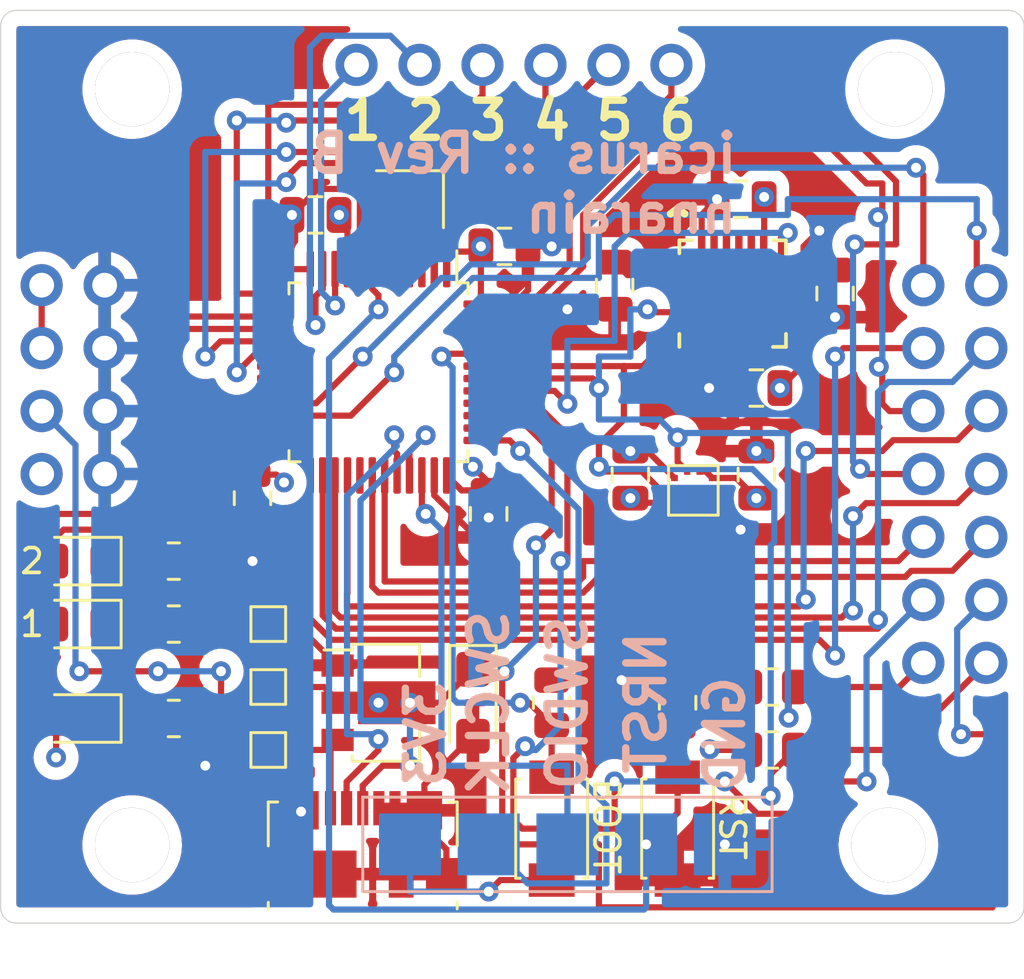
<source format=kicad_pcb>
(kicad_pcb (version 20211014) (generator pcbnew)
  (title_block (title "icarus") (date "2021-11-05") (rev "B"))
  (layers (0 "F.Cu" signal) (1 "In1.Cu" signal "PWR") (2 "In2.Cu" signal "GND") (31 "B.Cu" signal) (34 "B.Paste" user) (35 "F.Paste" user) (36 "B.SilkS" user "B.Silkscreen") (37 "F.SilkS" user "F.Silkscreen") (38 "B.Mask" user) (39 "F.Mask" user) (44 "Edge.Cuts" user))
  (net 0 "")
  (net 1 "GND")
  (net 2 "VBUS")
  (net 3 "+3V3")
  (net 4 "/nreset")
  (net 5 "Net-(C8-Pad1)")
  (net 6 "Net-(C9-Pad1)")
  (net 7 "Net-(D1-Pad1)")
  (net 8 "Net-(D2-Pad1)")
  (net 9 "/led1")
  (net 10 "Net-(D3-Pad1)")
  (net 11 "/led2")
  (net 12 "/usb_fs_dm")
  (net 13 "/usb_fs_dp")
  (net 14 "/swdio")
  (net 15 "/swclk")
  (net 19 "VDC")
  (net 20 "/pwm1")
  (net 21 "/pwm2")
  (net 22 "/pwm3")
  (net 23 "/pwm4")
  (net 24 "/pwm5")
  (net 25 "/pwm6")
  (net 26 "/scl")
  (net 27 "/sda")
  (net 28 "/usart2_tx")
  (net 29 "/usart2_rx")
  (net 30 "/usart1_tx")
  (net 31 "/usart1_rx")
  (net 32 "/gpio1")
  (net 33 "/gpio2")
  (net 34 "/gpio3")
  (net 37 "/sck")
  (net 38 "/miso")
  (net 39 "/mosi")
  (net 40 "/boot0")
  (net 44 "/osc_in")
  (net 45 "/osc_out")
  (net 46 "/can_rx")
  (net 47 "/can_tx")
  (net 53 "/imu_int")
  (footprint "LED_SMD:LED_0805_2012Metric" (layer "F.Cu") (at 140.335 87.63 180)
    (fp_text reference "D1" hide)
    (fp_text value "PWR")
  )
  (footprint "Capacitor_SMD:C_0805_2012Metric" (layer "F.Cu") (at 167.64 77.79 90)
    (fp_text reference "C2" hide)
    (fp_text value "100nF")
  )
  (footprint "Sensor_Motion:InvenSense_QFN-24_4x4mm_P0.5mm" (layer "F.Cu") (at 166.685 70.485 90)
    (fp_text reference "U3" hide)
    (fp_text value "MPU-6050")
  )
  (footprint "Capacitor_SMD:C_0805_2012Metric" (layer "F.Cu") (at 149.86 67.31 180)
    (fp_text reference "C7" hide)
    (fp_text value "100nF")
  )
  (footprint "Resistor_SMD:R_0805_2012Metric" (layer "F.Cu") (at 144.145 87.63)
    (fp_text reference "R2" hide)
    (fp_text value "200")
  )
  (footprint "sensors:BMP388" (layer "F.Cu") (at 165.1 78.425)
    (fp_text reference "U4" hide)
    (fp_text value "BMP388")
  )
  (footprint "LED_SMD:LED_0805_2012Metric" (layer "F.Cu") (at 140.335 83.82 180)
    (fp_text reference "D2" hide)
    (fp_text value "STAT1")
  )
  (footprint "TestPoint:TestPoint_Pad_1.0x1.0mm" (layer "F.Cu") (at 147.955 83.82)
    (fp_text reference "TP3" hide)
    (fp_text value "GND")
  )
  (footprint "Capacitor_SMD:C_0805_2012Metric" (layer "F.Cu") (at 162.56 77.79 90)
    (fp_text reference "C12" hide)
    (fp_text value "100nF")
  )
  (footprint "Crystal:Crystal_SMD_2016-4Pin_2.0x1.6mm" (layer "F.Cu") (at 153.67 66.675 180)
    (fp_text reference "Y1" hide)
    (fp_text value "12MHz")
  )
  (footprint "icarus:icarus-shield" (layer "F.Cu") (at 157.865 59.985)
    (fp_text reference "U5" hide)
    (fp_text value "ICARUS")
  )
  (footprint "Resistor_SMD:R_0805_2012Metric" (layer "F.Cu") (at 159.385 86.995 90)
    (fp_text reference "R5" hide)
    (fp_text value "10k")
  )
  (footprint "Capacitor_SMD:C_0805_2012Metric" (layer "F.Cu") (at 170.815 70.485 -90)
    (fp_text reference "C8" hide)
    (fp_text value "100nF")
  )
  (footprint "Resistor_SMD:R_0805_2012Metric" (layer "F.Cu") (at 144.145 83.82)
    (fp_text reference "R6" hide)
    (fp_text value "200")
  )
  (footprint "Resistor_SMD:R_0805_2012Metric" (layer "F.Cu") (at 144.145 81.28)
    (fp_text reference "R7" hide)
    (fp_text value "200")
  )
  (footprint "Capacitor_SMD:C_0805_2012Metric" (layer "F.Cu") (at 147.32 78.74 -90)
    (fp_text reference "C6" hide)
    (fp_text value "100nF")
  )
  (footprint "Capacitor_SMD:C_0805_2012Metric" (layer "F.Cu") (at 161.925 70.165 -90)
    (fp_text reference "C9" hide)
    (fp_text value "2.2nF")
  )
  (footprint "TestPoint:TestPoint_Pad_1.0x1.0mm" (layer "F.Cu") (at 147.955 86.36)
    (fp_text reference "TP1" hide)
    (fp_text value "3V3")
  )
  (footprint "Capacitor_SMD:C_0805_2012Metric" (layer "F.Cu") (at 156.845 79.375 -90)
    (fp_text reference "C3" hide)
    (fp_text value "4.7uF")
  )
  (footprint "Capacitor_SMD:C_0805_2012Metric" (layer "F.Cu") (at 167.005 66.675)
    (fp_text reference "C11" hide)
    (fp_text value "100nF")
  )
  (footprint "tactile_switches:TS-1088-AR02016" (layer "F.Cu") (at 159.385 92.075 -90)
    (fp_text reference "SW2" hide)
    (fp_text value "BOOT")
  )
  (footprint "custom-breakout:SWD-bcu" (layer "F.Cu") (at 160.02 92.71)
    (fp_text reference "J2" hide)
    (fp_text value "SWD")
  )
  (footprint "LED_SMD:LED_0805_2012Metric" (layer "F.Cu") (at 140.335 81.28 180)
    (fp_text reference "D3" hide)
    (fp_text value "STAT2")
  )
  (footprint "Resistor_SMD:R_0805_2012Metric" (layer "F.Cu") (at 168.275 86.36)
    (fp_text reference "R4" hide)
    (fp_text value "10k")
  )
  (footprint "tactile_switches:TS-1088-AR02016" (layer "F.Cu") (at 164.465 92.075 -90)
    (fp_text reference "SW1" hide)
    (fp_text value "RST")
  )
  (footprint "Resistor_SMD:R_0805_2012Metric" (layer "F.Cu") (at 168.275 88.9)
    (fp_text reference "R3" hide)
    (fp_text value "10k")
  )
  (footprint "Capacitor_SMD:C_0805_2012Metric" (layer "F.Cu") (at 164.465 86.995 90)
    (fp_text reference "C4" hide)
    (fp_text value "100nF")
  )
  (footprint "TestPoint:TestPoint_Pad_1.0x1.0mm" (layer "F.Cu") (at 147.955 88.9)
    (fp_text reference "TP2" hide)
    (fp_text value "5V")
  )
  (footprint "Package_QFP:LQFP-48_7x7mm_P0.5mm" (layer "F.Cu") (at 152.4 73.66 -90)
    (fp_text reference "U1" hide)
    (fp_text value "STM32F302C8Tx")
  )
  (footprint "Capacitor_Tantalum_SMD:CP_EIA-3216-18_Kemet-A" (layer "F.Cu") (at 156.21 86.995 -90)
    (fp_text reference "C1" hide)
    (fp_text value "22uF")
  )
  (footprint "Package_TO_SOT_SMD:SOT-89-3" (layer "F.Cu") (at 152.4 86.995)
    (fp_text reference "U2" hide)
    (fp_text value "AMS1117-3.3")
  )
  (footprint "Capacitor_SMD:C_0805_2012Metric" (layer "F.Cu") (at 157.48 68.58)
    (fp_text reference "C5" hide)
    (fp_text value "100nF")
  )
  (footprint "Connector_USB:USB_Micro-B_Molex_47346-0001" (layer "F.Cu") (at 151.765 92.71)
    (fp_text reference "J1" hide)
    (fp_text value "USB_B_Micro")
  )
  (footprint "Capacitor_SMD:C_0805_2012Metric" (layer "F.Cu") (at 167.64 74.295)
    (fp_text reference "C10" hide)
    (fp_text value "10nF")
  )
  (gr_line (start 177.8 59.055) (end 137.795 59.055) (layer "Edge.Cuts") (width 0.05))
  (gr_arc (start 178.435 95.25) (mid 178.249013 95.699013) (end 177.8 95.885) (layer "Edge.Cuts") (width 0.05))
  (gr_arc (start 137.795 95.885) (mid 137.345987 95.699013) (end 137.16 95.25) (layer "Edge.Cuts") (width 0.05))
  (gr_line (start 137.16 59.69) (end 137.16 95.25) (layer "Edge.Cuts") (width 0.05))
  (gr_line (start 137.795 95.885) (end 177.8 95.885) (layer "Edge.Cuts") (width 0.05))
  (gr_arc (start 177.8 59.055) (mid 178.249013 59.240987) (end 178.435 59.69) (layer "Edge.Cuts") (width 0.05))
  (gr_line (start 178.435 95.25) (end 178.435 59.69) (layer "Edge.Cuts") (width 0.05))
  (gr_arc (start 137.16 59.69) (mid 137.345987 59.240987) (end 137.795 59.055) (layer "Edge.Cuts") (width 0.05))
  (gr_text "3V3" (at 154.305 88.265 90) (layer "B.SilkS") (effects (font (size 1.5 1.5) (thickness 0.3)) (justify mirror)))
  (gr_text "SWCLK" (at 156.845 86.995 90) (layer "B.SilkS") (effects (font (size 1.5 1.5) (thickness 0.3)) (justify mirror)))
  (gr_text "SWDIO" (at 160.02 86.995 90) (layer "B.SilkS") (effects (font (size 1.5 1.5) (thickness 0.3)) (justify mirror)))
  (gr_text "icarus :: Rev B\nnnarain" (at 167.005 66.04) (layer "B.SilkS") (effects (font (size 1.5 1.5) (thickness 0.3)) (justify left mirror)))
  (gr_text "GND" (at 166.37 88.265 90) (layer "B.SilkS") (effects (font (size 1.5 1.5) (thickness 0.3)) (justify mirror)))
  (gr_text "NRST" (at 163.195 86.995 90) (layer "B.SilkS") (effects (font (size 1.5 1.5) (thickness 0.3)) (justify mirror)))
  (gr_text "3" (at 156.845 63.5) (layer "F.SilkS") (effects (font (size 1.5 1.5) (thickness 0.3))))
  (gr_text "2" (at 138.43 81.28) (layer "F.SilkS") (effects (font (size 1 1))))
  (gr_text "2" (at 154.305 63.5) (layer "F.SilkS") (effects (font (size 1.5 1.5) (thickness 0.3))))
  (gr_text "^" (at 164.465 67.945) (layer "F.SilkS") (effects (font (size 1.5 1.5) (thickness 0.3))))
  (gr_text "5" (at 161.925 63.5) (layer "F.SilkS") (effects (font (size 1.5 1.5) (thickness 0.3))))
  (gr_text "6" (at 164.465 63.5) (layer "F.SilkS") (effects (font (size 1.5 1.5) (thickness 0.3))))
  (gr_text "4" (at 159.385 63.5) (layer "F.SilkS") (effects (font (size 1.5 1.5) (thickness 0.3))))
  (gr_text "1" (at 138.43 83.82) (layer "F.SilkS") (effects (font (size 1 1))))
  (gr_text "1" (at 151.765 63.5) (layer "F.SilkS") (effects (font (size 1.5 1.5) (thickness 0.3))))
  (segment (start 147.32 81.28) (end 147.32 79.69) (width 0.25) (layer "F.Cu") (net 1))
  (segment (start 164.93 94.15) (end 166.37 92.71) (width 0.25) (layer "F.Cu") (net 1))
  (segment (start 145.0575 83.82) (end 147.955 83.82) (width 0.25) (layer "F.Cu") (net 1))
  (segment (start 145.0575 89.1775) (end 145.415 89.535) (width 0.25) (layer "F.Cu") (net 1))
  (segment (start 149.2775 93.0225) (end 148.39 93.91) (width 0.25) (layer "F.Cu") (net 1))
  (segment (start 169.545 69.315006) (end 169.545 68.58) (width 0.25) (layer "F.Cu") (net 1))
  (segment (start 145.0575 87.63) (end 145.0575 83.82) (width 0.25) (layer "F.Cu") (net 1))
  (segment (start 156.845 80.325) (end 156.845 79.5245) (width 0.25) (layer "F.Cu") (net 1))
  (segment (start 164.465 94.15) (end 164.93 94.15) (width 0.25) (layer "F.Cu") (net 1))
  (segment (start 165.435 67.295) (end 165.435 68.535) (width 0.25) (layer "F.Cu") (net 1))
  (segment (start 156.349994 80.325) (end 156.845 80.325) (width 0.25) (layer "F.Cu") (net 1))
  (segment (start 165.863 78.425) (end 165.863 78.925) (width 0.25) (layer "F.Cu") (net 1))
  (segment (start 166.055 66.675) (end 165.435 67.295) (width 0.25) (layer "F.Cu") (net 1))
  (segment (start 147.955 83.82) (end 149.075 83.82) (width 0.25) (layer "F.Cu") (net 1))
  (segment (start 145.0575 87.63) (end 145.0575 89.1775) (width 0.25) (layer "F.Cu") (net 1))
  (segment (start 157.365006 71.41) (end 156.5625 71.41) (width 0.25) (layer "F.Cu") (net 1))
  (segment (start 150.565 93.91) (end 150.615 93.91) (width 0.25) (layer "F.Cu") (net 1))
  (segment (start 154.65 77.8225) (end 154.65 78.625006) (width 0.25) (layer "F.Cu") (net 1))
  (segment (start 149.95952 66.26048) (end 151.35048 66.26048) (width 0.25) (layer "F.Cu") (net 1))
  (segment (start 150.615 93.91) (end 153.315 93.91) (width 0.25) (layer "F.Cu") (net 1))
  (segment (start 149.075 83.82) (end 150.75 85.495) (width 0.25) (layer "F.Cu") (net 1))
  (segment (start 162.56 76.84) (end 163.252 76.84) (width 0.25) (layer "F.Cu") (net 1))
  (segment (start 155.01 93.91) (end 155.14 93.91) (width 0.25) (layer "F.Cu") (net 1))
  (segment (start 153.315 93.91) (end 155.01 93.91) (width 0.25) (layer "F.Cu") (net 1))
  (segment (start 149.2775 91.3875) (end 149.2775 93.0225) (width 0.25) (layer "F.Cu") (net 1))
  (segment (start 166.37 80.01) (end 167.04 80.01) (width 0.25) (layer "F.Cu") (net 1))
  (segment (start 155.14 92.91) (end 155.14 93.91) (width 0.25) (layer "F.Cu") (net 1))
  (segment (start 158.43 70.345006) (end 157.365006 71.41) (width 0.25) (layer "F.Cu") (net 1))
  (segment (start 159.385 86.0825) (end 162.2025 86.0825) (width 0.25) (layer "F.Cu") (net 1))
  (segment (start 163.252 76.84) (end 164.337 77.925) (width 0.25) (layer "F.Cu") (net 1))
  (segment (start 152.085 66.125) (end 152.97 66.125) (width 0.25) (layer "F.Cu") (net 1))
  (segment (start 168.635 69.735) (end 169.125006 69.735) (width 0.25) (layer "F.Cu") (net 1))
  (segment (start 154.2525 91.4925) (end 154.2525 92.0225) (width 0.25) (layer "F.Cu") (net 1))
  (segment (start 152.415 91.25) (end 153.065 91.25) (width 0.25) (layer "F.Cu") (net 1))
  (segment (start 154.1675 91.25) (end 154.2525 91.335) (width 0.25) (layer "F.Cu") (net 1))
  (segment (start 148.39 93.91) (end 150.565 93.91) (width 0.25) (layer "F.Cu") (net 1))
  (segment (start 145.0575 81.28) (end 145.0575 83.82) (width 0.25) (layer "F.Cu") (net 1))
  (segment (start 148.91 67.31) (end 149.95952 66.26048) (width 0.25) (layer "F.Cu") (net 1))
  (segment (start 158.43 68.58) (end 159.385 68.58) (width 0.25) (layer "F.Cu") (net 1))
  (segment (start 146.27048 77.074514) (end 146.27048 78.64048) (width 0.25) (layer "F.Cu") (net 1))
  (segment (start 169.545 68.58) (end 170.18 67.945) (width 0.25) (layer "F.Cu") (net 1))
  (segment (start 164.4275 86.0825) (end 164.465 86.045) (width 0.25) (layer "F.Cu") (net 1))
  (segment (start 166.69 74.295) (end 165.735 74.295) (width 0.25) (layer "F.Cu") (net 1))
  (segment (start 153.065 91.25) (end 154.1675 91.25) (width 0.25) (layer "F.Cu") (net 1))
  (segment (start 145.0575 81.28) (end 147.32 81.28) (width 0.25) (layer "F.Cu") (net 1))
  (segment (start 154.2525 91.335) (end 154.2525 91.4925) (width 0.25) (layer "F.Cu") (net 1))
  (segment (start 168.635 70.735) (end 170.115 70.735) (width 0.25) (layer "F.Cu") (net 1))
  (segment (start 165.863 78.925) (end 165.863 79.503) (width 0.25) (layer "F.Cu") (net 1))
  (segment (start 151.65 66.56) (end 152.085 66.125) (width 0.25) (layer "F.Cu") (net 1))
  (segment (start 147.434994 75.91) (end 146.27048 77.074514) (width 0.25) (layer "F.Cu") (net 1))
  (segment (start 165.863 79.503) (end 166.37 80.01) (width 0.25) (layer "F.Cu") (net 1))
  (segment (start 170.115 70.735) (end 170.815 71.435) (width 0.25) (layer "F.Cu") (net 1))
  (segment (start 161.92 71.12) (end 161.925 71.115) (width 0.25) (layer "F.Cu") (net 1))
  (segment (start 158.43 68.58) (end 158.43 70.345006) (width 0.25) (layer "F.Cu") (net 1))
  (segment (start 151.65 66.56) (end 151.65 69.4975) (width 0.25) (layer "F.Cu") (net 1))
  (segment (start 148.2375 75.91) (end 147.434994 75.91) (width 0.25) (layer "F.Cu") (net 1))
  (segment (start 169.125006 69.735) (end 169.545 69.315006) (width 0.25) (layer "F.Cu") (net 1))
  (segment (start 151.35048 66.26048) (end 151.65 66.56) (width 0.25) (layer "F.Cu") (net 1))
  (segment (start 149.2775 91.335) (end 149.2775 91.3875) (width 0.25) (layer "F.Cu") (net 1))
  (segment (start 156.21 88.345) (end 154.2525 90.3025) (width 0.25) (layer "F.Cu") (net 1))
  (segment (start 146.27048 78.64048) (end 147.32 79.69) (width 0.25) (layer "F.Cu") (net 1))
  (segment (start 154.65 78.625006) (end 156.349994 80.325) (width 0.25) (layer "F.Cu") (net 1))
  (segment (start 154.2525 90.3025) (end 154.2525 91.335) (width 0.25) (layer "F.Cu") (net 1))
  (segment (start 162.2025 86.0825) (end 164.4275 86.0825) (width 0.25) (layer "F.Cu") (net 1))
  (segment (start 154.2525 92.0225) (end 155.14 92.91) (width 0.25) (layer "F.Cu") (net 1))
  (segment (start 160.02 71.12) (end 161.92 71.12) (width 0.25) (layer "F.Cu") (net 1))
  (via (at 166.37 92.71) (size 0.8) (drill 0.4) (layers "F.Cu" "B.Cu") (net 1))
  (via (at 165.735 74.295) (size 0.8) (drill 0.4) (layers "F.Cu" "B.Cu") (net 1))
  (via (at 162.56 76.84) (size 0.8) (drill 0.4) (layers "F.Cu" "B.Cu") (net 1))
  (via (at 149.2775 91.3875) (size 0.8) (drill 0.4) (layers "F.Cu" "B.Cu") (net 1))
  (via (at 156.845 79.5245) (size 0.8) (drill 0.4) (layers "F.Cu" "B.Cu") (net 1))
  (via (at 167.005 80.01) (size 0.8) (drill 0.4) (layers "F.Cu" "B.Cu") (net 1))
  (via (at 170.815 71.435) (size 0.8) (drill 0.4) (layers "F.Cu" "B.Cu") (net 1))
  (via (at 147.32 81.28) (size 0.8) (drill 0.4) (layers "F.Cu" "B.Cu") (net 1))
  (via (at 160.02 71.12) (size 0.8) (drill 0.4) (layers "F.Cu" "B.Cu") (net 1))
  (via (at 145.415 89.535) (size 0.8) (drill 0.4) (layers "F.Cu" "B.Cu") (net 1))
  (via (at 159.385 68.58) (size 0.8) (drill 0.4) (layers "F.Cu" "B.Cu") (net 1))
  (via (at 148.91 67.31) (size 0.8) (drill 0.4) (layers "F.Cu" "B.Cu") (net 1))
  (via (at 167.64 76.835) (size 0.8) (drill 0.4) (layers "F.Cu" "B.Cu") (net 1))
  (via (at 162.2025 86.0825) (size 0.8) (drill 0.4) (layers "F.Cu" "B.Cu") (net 1))
  (via (at 170.18 67.945) (size 0.8) (drill 0.4) (layers "F.Cu" "B.Cu") (net 1))
  (via (at 166.055 66.675) (size 0.8) (drill 0.4) (layers "F.Cu" "B.Cu") (net 1))
  (segment (start 147.955 88.9) (end 146.05 86.995) (width 0.25) (layer "F.Cu") (net 2))
  (segment (start 150.345 88.9) (end 150.75 88.495) (width 0.25) (layer "F.Cu") (net 2))
  (segment (start 147.955 88.9) (end 150.345 88.9) (width 0.25) (layer "F.Cu") (net 2))
  (segment (start 146.05 86.995) (end 146.05 85.725) (width 0.25) (layer "F.Cu") (net 2))
  (segment (start 143.51 85.725) (end 140.335 85.725) (width 0.25) (layer "F.Cu") (net 2))
  (segment (start 150.465 88.78) (end 150.75 88.495) (width 0.25) (layer "F.Cu") (net 2))
  (segment (start 150.465 91.25) (end 150.465 88.78) (width 0.25) (layer "F.Cu") (net 2))
  (via (at 146.05 85.725) (size 0.8) (drill 0.4) (layers "F.Cu" "B.Cu") (net 2))
  (via (at 140.335 85.725) (size 0.8) (drill 0.4) (layers "F.Cu" "B.Cu") (net 2))
  (via (at 143.51 85.725) (size 0.8) (drill 0.4) (layers "F.Cu" "B.Cu") (net 2))
  (segment (start 140.180489 85.570489) (end 140.180489 76.590489) (width 0.25) (layer "B.Cu") (net 2))
  (segment (start 146.05 85.725) (end 143.51 85.725) (width 0.25) (layer "B.Cu") (net 2))
  (segment (start 140.180489 76.590489) (end 138.815 75.225) (width 0.25) (layer "B.Cu") (net 2))
  (segment (start 140.335 85.725) (end 140.180489 85.570489) (width 0.25) (layer "B.Cu") (net 2))
  (segment (start 148.275 77.79) (end 148.59 78.105) (width 0.25) (layer "F.Cu") (net 3))
  (segment (start 156.845 78.425) (end 155.7525 78.425) (width 0.25) (layer "F.Cu") (net 3))
  (segment (start 167.955 68.515) (end 167.935 68.535) (width 0.25) (layer "F.Cu") (net 3))
  (segment (start 139.3975 87.63) (end 139.3975 89.2025) (width 0.25) (layer "F.Cu") (net 3))
  (segment (start 156.53 68.58) (end 156.53 70.8775) (width 0.25) (layer "F.Cu") (net 3))
  (segment (start 156.845 78.105) (end 156.21 77.47) (width 0.25) (layer "F.Cu") (net 3))
  (segment (start 147.955 86.36) (end 150.2025 86.36) (width 0.25) (layer "F.Cu") (net 3))
  (segment (start 164.337 78.925) (end 164.587 78.925) (width 0.25) (layer "F.Cu") (net 3))
  (segment (start 147.32 77.79) (end 147.32 77.3275) (width 0.25) (layer "F.Cu") (net 3))
  (segment (start 154.86 86.995) (end 156.21 85.645) (width 0.25) (layer "F.Cu") (net 3))
  (segment (start 155.7525 78.425) (end 155.15 77.8225) (width 0.25) (layer "F.Cu") (net 3))
  (segment (start 165.735 88.896485) (end 165.758643 88.872842) (width 0.25) (layer "F.Cu") (net 3))
  (segment (start 155.15 68.79) (end 155.15 69.4975) (width 0.25) (layer "F.Cu") (net 3))
  (segment (start 153.67 86.995) (end 154.86 86.995) (width 0.25) (layer "F.Cu") (net 3))
  (segment (start 167.955 66.675) (end 167.955 66.5855) (width 0.25) (layer "F.Cu") (net 3))
  (segment (start 166.825 77.925) (end 167.64 78.74) (width 0.25) (layer "F.Cu") (net 3))
  (segment (start 156.53 68.58) (end 156.32 68.79) (width 0.25) (layer "F.Cu") (net 3))
  (segment (start 165.735 88.9) (end 165.735 88.896485) (width 0.25) (layer "F.Cu") (net 3))
  (segment (start 155.15 68.005) (end 155.15 68.79) (width 0.25) (layer "F.Cu") (net 3))
  (segment (start 156.53 70.8775) (end 156.5625 70.91) (width 0.25) (layer "F.Cu") (net 3))
  (segment (start 150.81 67.31) (end 151.15 67.65) (width 0.25) (layer "F.Cu") (net 3))
  (segment (start 169.125006 71.235) (end 169.545 71.654994) (width 0.25) (layer "F.Cu") (net 3))
  (segment (start 150.2025 86.36) (end 150.8375 86.995) (width 0.25) (layer "F.Cu") (net 3))
  (segment (start 151.15 67.65) (end 151.15 69.4975) (width 0.25) (layer "F.Cu") (net 3))
  (segment (start 165.6 77.662) (end 165.863 77.925) (width 0.25) (layer "F.Cu") (net 3))
  (segment (start 169.545 71.654994) (end 169.545 73.34) (width 0.25) (layer "F.Cu") (net 3))
  (segment (start 167.3625 88.9) (end 165.735 88.9) (width 0.25) (layer "F.Cu") (net 3))
  (segment (start 164.587 78.925) (end 164.85 79.188) (width 0.25) (layer "F.Cu") (net 3))
  (segment (start 152.4 86.995) (end 153.67 86.995) (width 0.25) (layer "F.Cu") (net 3))
  (segment (start 156.32 68.79) (end 155.15 68.79) (width 0.25) (layer "F.Cu") (net 3))
  (segment (start 165.35 77.662) (end 165.6 77.662) (width 0.25) (layer "F.Cu") (net 3))
  (segment (start 167.955 66.675) (end 167.955 68.515) (width 0.25) (layer "F.Cu") (net 3))
  (segment (start 162.745 78.925) (end 164.337 78.925) (width 0.25) (layer "F.Cu") (net 3))
  (segment (start 147.32 77.79) (end 148.275 77.79) (width 0.25) (layer "F.Cu") (net 3))
  (segment (start 156.845 78.425) (end 156.845 78.105) (width 0.25) (layer "F.Cu") (net 3))
  (segment (start 159.385 94.15) (end 157.31 94.15) (width 0.25) (layer "F.Cu") (net 3))
  (segment (start 169.545 73.34) (end 168.59 74.295) (width 0.25) (layer "F.Cu") (net 3))
  (segment (start 150.8375 86.995) (end 152.4 86.995) (width 0.25) (layer "F.Cu") (net 3))
  (segment (start 154.37 67.225) (end 155.15 68.005) (width 0.25) (layer "F.Cu") (net 3))
  (segment (start 165.863 77.925) (end 166.825 77.925) (width 0.25) (layer "F.Cu") (net 3))
  (segment (start 167.3625 86.36) (end 167.3625 88.9) (width 0.25) (layer "F.Cu") (net 3))
  (segment (start 162.56 78.74) (end 162.745 78.925) (width 0.25) (layer "F.Cu") (net 3))
  (segment (start 157.31 94.15) (end 156.845 94.615) (width 0.25) (layer "F.Cu") (net 3))
  (segment (start 168.635 71.235) (end 169.125006 71.235) (width 0.25) (layer "F.Cu") (net 3))
  (segment (start 147.32 77.3275) (end 148.2375 76.41) (width 0.25) (layer "F.Cu") (net 3))
  (via (at 165.758643 88.872842) (size 0.8) (drill 0.4) (layers "F.Cu" "B.Cu") (net 3))
  (via (at 153.67 86.995) (size 0.8) (drill 0.4) (layers "F.Cu" "B.Cu") (net 3))
  (via (at 168.59 74.295) (size 0.8) (drill 0.4) (layers "F.Cu" "B.Cu") (net 3))
  (via (at 139.3975 89.2025) (size 0.8) (drill 0.4) (layers "F.Cu" "B.Cu") (net 3))
  (via (at 156.21 77.47) (size 0.8) (drill 0.4) (layers "F.Cu" "B.Cu") (net 3))
  (via (at 148.59 78.105) (size 0.8) (drill 0.4) (layers "F.Cu" "B.Cu") (net 3))
  (via (at 150.81 67.31) (size 0.8) (drill 0.4) (layers "F.Cu" "B.Cu") (net 3))
  (via (at 167.955 66.5855) (size 0.8) (drill 0.4) (layers "F.Cu" "B.Cu") (net 3))
  (via (at 152.4 86.995) (size 0.8) (drill 0.4) (layers "F.Cu" "B.Cu") (net 3))
  (via (at 156.53 68.58) (size 0.8) (drill 0.4) (layers "F.Cu" "B.Cu") (net 3))
  (via (at 167.64 78.74) (size 0.8) (drill 0.4) (layers "F.Cu" "B.Cu") (net 3))
  (via (at 162.56 78.74) (size 0.8) (drill 0.4) (layers "F.Cu" "B.Cu") (net 3))
  (via (at 156.845 94.615) (size 0.8) (drill 0.4) (layers "F.Cu" "B.Cu") (net 3))
  (segment (start 153.67 94.615) (end 153.67 92.71) (width 0.25) (layer "B.Cu") (net 3))
  (segment (start 156.845 94.615) (end 153.67 94.615) (width 0.25) (layer "B.Cu") (net 3))
  (segment (start 164.465 90) (end 164.465 87.945) (width 0.25) (layer "F.Cu") (net 4))
  (segment (start 164.465 91.44) (end 163.195 92.71) (width 0.25) (layer "F.Cu") (net 4))
  (segment (start 152.4 70.550006) (end 152.4 71.12) (width 0.25) (layer "F.Cu") (net 4))
  (segment (start 164.465 90) (end 164.465 91.44) (width 0.25) (layer "F.Cu") (net 4))
  (segment (start 152.15 70.300006) (end 152.4 70.550006) (width 0.25) (layer "F.Cu") (net 4))
  (segment (start 152.15 69.4975) (end 152.15 70.300006) (width 0.25) (layer "F.Cu") (net 4))
  (via (at 152.4 71.12) (size 0.8) (drill 0.4) (layers "F.Cu" "B.Cu") (net 4))
  (via (at 163.195 92.71) (size 0.8) (drill 0.4) (layers "F.Cu" "B.Cu") (net 4))
  (segment (start 163.105489 95.339511) (end 163.195 95.25) (width 0.25) (layer "B.Cu") (net 4))
  (segment (start 152.4 71.12) (end 150.405489 73.114511) (width 0.25) (layer "B.Cu") (net 4))
  (segment (start 150.405489 73.114511) (end 150.405489 95.160489) (width 0.25) (layer "B.Cu") (net 4))
  (segment (start 150.405489 95.160489) (end 150.584511 95.339511) (width 0.25) (layer "B.Cu") (net 4))
  (segment (start 163.195 95.25) (end 163.195 92.71) (width 0.25) (layer "B.Cu") (net 4))
  (segment (start 150.584511 95.339511) (end 163.105489 95.339511) (width 0.25) (layer "B.Cu") (net 4))
  (segment (start 170.115 70.235) (end 170.815 69.535) (width 0.25) (layer "F.Cu") (net 5))
  (segment (start 168.635 70.235) (end 170.115 70.235) (width 0.25) (layer "F.Cu") (net 5))
  (segment (start 164.735 69.735) (end 162.445 69.735) (width 0.25) (layer "F.Cu") (net 6))
  (segment (start 162.445 69.735) (end 161.925 69.215) (width 0.25) (layer "F.Cu") (net 6))
  (segment (start 141.2725 87.63) (end 143.2325 87.63) (width 0.25) (layer "F.Cu") (net 7))
  (segment (start 141.2725 83.82) (end 143.2325 83.82) (width 0.25) (layer "F.Cu") (net 8))
  (segment (start 138.43 79.375) (end 143.51 79.375) (width 0.25) (layer "F.Cu") (net 9))
  (segment (start 139.3975 83.82) (end 138.43 83.82) (width 0.25) (layer "F.Cu") (net 9))
  (segment (start 143.855 71.41) (end 148.2375 71.41) (width 0.25) (layer "F.Cu") (net 9))
  (segment (start 143.51 79.375) (end 143.51 71.755) (width 0.25) (layer "F.Cu") (net 9))
  (segment (start 143.51 71.755) (end 143.855 71.41) (width 0.25) (layer "F.Cu") (net 9))
  (segment (start 138.43 83.82) (end 138.43 79.375) (width 0.25) (layer "F.Cu") (net 9))
  (segment (start 141.2725 81.28) (end 143.2325 81.28) (width 0.25) (layer "F.Cu") (net 10))
  (segment (start 144.145 80.01) (end 144.145 72.39) (width 0.25) (layer "F.Cu") (net 11))
  (segment (start 139.3975 81.28) (end 139.3975 80.3125) (width 0.25) (layer "F.Cu") (net 11))
  (segment (start 139.3975 80.3125) (end 139.7 80.01) (width 0.25) (layer "F.Cu") (net 11))
  (segment (start 144.625 71.91) (end 148.2375 71.91) (width 0.25) (layer "F.Cu") (net 11))
  (segment (start 139.7 80.01) (end 144.145 80.01) (width 0.25) (layer "F.Cu") (net 11))
  (segment (start 144.145 72.39) (end 144.625 71.91) (width 0.25) (layer "F.Cu") (net 11))
  (segment (start 151.115 91.25) (end 151.115 90.185) (width 0.25) (layer "F.Cu") (net 12))
  (segment (start 153.15 77.8225) (end 153.15 76.95) (width 0.25) (layer "F.Cu") (net 12))
  (segment (start 153.15 76.95) (end 153.035 76.835) (width 0.25) (layer "F.Cu") (net 12))
  (segment (start 152.4 88.461) (end 152.4 88.9) (width 0.25) (layer "F.Cu") (net 12))
  (segment (start 152.4 88.9) (end 151.115 90.185) (width 0.25) (layer "F.Cu") (net 12))
  (segment (start 153.035 76.835) (end 153.035 76.2) (width 0.25) (layer "F.Cu") (net 12))
  (via (at 152.4 88.461) (size 0.8) (drill 0.4) (layers "F.Cu" "B.Cu") (net 12))
  (via (at 153.035 76.2) (size 0.8) (drill 0.4) (layers "F.Cu" "B.Cu") (net 12))
  (segment (start 152.4 88.265) (end 152.4 88.461) (width 0.25) (layer "B.Cu") (net 12))
  (segment (start 151.13 78.639344) (end 151.13 88.265) (width 0.25) (layer "B.Cu") (net 12))
  (segment (start 153.140597 76.628747) (end 151.13 78.639344) (width 0.25) (layer "B.Cu") (net 12))
  (segment (start 151.13 88.265) (end 152.4 88.265) (width 0.25) (layer "B.Cu") (net 12))
  (segment (start 152.565978 89.535) (end 151.765 90.335978) (width 0.25) (layer "F.Cu") (net 13))
  (segment (start 153.65 77.8225) (end 153.65 76.855) (width 0.25) (layer "F.Cu") (net 13))
  (segment (start 153.65 76.855) (end 154.305 76.2) (width 0.25) (layer "F.Cu") (net 13))
  (segment (start 153.67 89.535) (end 152.565978 89.535) (width 0.25) (layer "F.Cu") (net 13))
  (segment (start 151.765 90.335978) (end 151.765 91.25) (width 0.25) (layer "F.Cu") (net 13))
  (via (at 154.305 76.2) (size 0.8) (drill 0.4) (layers "F.Cu" "B.Cu") (net 13))
  (via (at 153.67 89.535) (size 0.8) (drill 0.4) (layers "F.Cu" "B.Cu") (net 13))
  (segment (start 151.675489 78.829511) (end 151.675489 87.63) (width 0.25) (layer "B.Cu") (net 13))
  (segment (start 151.765 87.719511) (end 153.67 87.719511) (width 0.25) (layer "B.Cu") (net 13))
  (segment (start 154.305 76.2) (end 151.675489 78.829511) (width 0.25) (layer "B.Cu") (net 13))
  (segment (start 151.675489 87.63) (end 151.765 87.719511) (width 0.25) (layer "B.Cu") (net 13))
  (segment (start 153.67 87.719511) (end 153.67 89.535) (width 0.25) (layer "B.Cu") (net 13))
  (segment (start 154.15 79.22) (end 154.305 79.375) (width 0.25) (layer "F.Cu") (net 14))
  (segment (start 154.15 77.8225) (end 154.15 79.22) (width 0.25) (layer "F.Cu") (net 14))
  (via (at 154.305 79.375) (size 0.8) (drill 0.4) (layers "F.Cu" "B.Cu") (net 14))
  (segment (start 154.94 89.535) (end 160.02 89.535) (width 0.25) (layer "B.Cu") (net 14))
  (segment (start 160.02 89.535) (end 160.02 92.71) (width 0.25) (layer "B.Cu") (net 14))
  (segment (start 154.94 80.01) (end 154.94 89.535) (width 0.25) (layer "B.Cu") (net 14))
  (segment (start 154.305 79.375) (end 154.94 80.01) (width 0.25) (layer "B.Cu") (net 14))
  (segment (start 157.69 76.41) (end 158.115 76.835) (width 0.25) (layer "F.Cu") (net 15))
  (segment (start 156.5625 76.41) (end 157.69 76.41) (width 0.25) (layer "F.Cu") (net 15))
  (via (at 158.115 76.835) (size 0.8) (drill 0.4) (layers "F.Cu" "B.Cu") (net 15))
  (segment (start 161.594511 91.135489) (end 161.594511 94.284511) (width 0.25) (layer "B.Cu") (net 15))
  (segment (start 160.46952 90.010498) (end 161.594511 91.135489) (width 0.25) (layer "B.Cu") (net 15))
  (segment (start 158.419511 94.284511) (end 156.845 92.71) (width 0.25) (layer "B.Cu") (net 15))
  (segment (start 161.594511 94.284511) (end 158.419511 94.284511) (width 0.25) (layer "B.Cu") (net 15))
  (segment (start 158.115 76.835) (end 160.46952 79.18952) (width 0.25) (layer "B.Cu") (net 15))
  (segment (start 160.46952 79.18952) (end 160.46952 90.010498) (width 0.25) (layer "B.Cu") (net 15))
  (segment (start 138.815 70.145) (end 138.815 72.685) (width 0.25) (layer "F.Cu") (net 19))
  (segment (start 150.65 69.4975) (end 150.65 70.965) (width 0.25) (layer "F.Cu") (net 20))
  (via (at 150.65 70.965) (size 0.8) (drill 0.4) (layers "F.Cu" "B.Cu") (net 20))
  (segment (start 150.085489 62.684511) (end 151.515 61.255) (width 0.25) (layer "B.Cu") (net 20))
  (segment (start 150.65 70.965) (end 150.085489 70.400489) (width 0.25) (layer "B.Cu") (net 20))
  (segment (start 150.085489 70.400489) (end 150.085489 62.684511) (width 0.25) (layer "B.Cu") (net 20))
  (segment (start 150.15 69.4975) (end 150.15 70.300006) (width 0.25) (layer "F.Cu") (net 21))
  (segment (start 149.86 70.590006) (end 149.86 71.755) (width 0.25) (layer "F.Cu") (net 21))
  (segment (start 150.15 70.300006) (end 149.86 70.590006) (width 0.25) (layer "F.Cu") (net 21))
  (via (at 149.86 71.755) (size 0.8) (drill 0.4) (layers "F.Cu" "B.Cu") (net 21))
  (segment (start 149.86 71.755) (end 149.635969 71.530969) (width 0.25) (layer "B.Cu") (net 21))
  (segment (start 149.635969 60.549031) (end 150.104511 60.080489) (width 0.25) (layer "B.Cu") (net 21))
  (segment (start 149.635969 71.530969) (end 149.635969 60.549031) (width 0.25) (layer "B.Cu") (net 21))
  (segment (start 150.104511 60.080489) (end 152.880489 60.080489) (width 0.25) (layer "B.Cu") (net 21))
  (segment (start 152.880489 60.080489) (end 154.055 61.255) (width 0.25) (layer "B.Cu") (net 21))
  (segment (start 156.595 62.48) (end 156.595 61.255) (width 0.25) (layer "F.Cu") (net 22))
  (segment (start 148.2375 69.4975) (end 147.955 69.215) (width 0.25) (layer "F.Cu") (net 22))
  (segment (start 147.955 62.865) (end 156.21 62.865) (width 0.25) (layer "F.Cu") (net 22))
  (segment (start 147.955 69.215) (end 147.955 62.865) (width 0.25) (layer "F.Cu") (net 22))
  (segment (start 149.65 69.4975) (end 148.2375 69.4975) (width 0.25) (layer "F.Cu") (net 22))
  (segment (start 156.21 62.865) (end 156.595 62.48) (width 0.25) (layer "F.Cu") (net 22))
  (segment (start 159.135 63.115) (end 159.135 61.255) (width 0.25) (layer "F.Cu") (net 23))
  (segment (start 147.8125 70.485) (end 146.685 70.485) (width 0.25) (layer "F.Cu") (net 23))
  (segment (start 148.769 63.5) (end 158.75 63.5) (width 0.25) (layer "F.Cu") (net 23))
  (segment (start 148.6795 63.5895) (end 148.769 63.5) (width 0.25) (layer "F.Cu") (net 23))
  (segment (start 146.685 70.485) (end 146.685 63.5) (width 0.25) (layer "F.Cu") (net 23))
  (segment (start 158.75 63.5) (end 159.135 63.115) (width 0.25) (layer "F.Cu") (net 23))
  (segment (start 148.2375 70.91) (end 147.8125 70.485) (width 0.25) (layer "F.Cu") (net 23))
  (via (at 146.685 63.5) (size 0.8) (drill 0.4) (layers "F.Cu" "B.Cu") (net 23))
  (via (at 148.6795 63.5895) (size 0.8) (drill 0.4) (layers "F.Cu" "B.Cu") (net 23))
  (segment (start 148.59 63.5) (end 148.6795 63.5895) (width 0.25) (layer "B.Cu") (net 23))
  (segment (start 146.685 63.5) (end 148.59 63.5) (width 0.25) (layer "B.Cu") (net 23))
  (segment (start 148.6795 64.77) (end 158.16 64.77) (width 0.25) (layer "F.Cu") (net 24))
  (segment (start 146.03 72.41) (end 145.415 73.025) (width 0.25) (layer "F.Cu") (net 24))
  (segment (start 148.2375 72.41) (end 146.03 72.41) (width 0.25) (layer "F.Cu") (net 24))
  (segment (start 158.16 64.77) (end 161.675 61.255) (width 0.25) (layer "F.Cu") (net 24))
  (via (at 145.415 73.025) (size 0.8) (drill 0.4) (layers "F.Cu" "B.Cu") (net 24))
  (via (at 148.6795 64.77) (size 0.8) (drill 0.4) (layers "F.Cu" "B.Cu") (net 24))
  (segment (start 145.415 73.025) (end 145.415 64.77) (width 0.25) (layer "B.Cu") (net 24))
  (segment (start 148.59 64.77) (end 148.6795 64.77) (width 0.25) (layer "B.Cu") (net 24))
  (segment (start 145.415 64.77) (end 148.59 64.77) (width 0.25) (layer "B.Cu") (net 24))
  (segment (start 149.254594 65.21952) (end 158.93548 65.21952) (width 0.25) (layer "F.Cu") (net 25))
  (segment (start 158.93548 65.21952) (end 161.29 62.865) (width 0.25) (layer "F.Cu") (net 25))
  (segment (start 148.6795 65.794614) (end 149.254594 65.21952) (width 0.25) (layer "F.Cu") (net 25))
  (segment (start 148.2375 72.91) (end 147.435 72.91) (width 0.25) (layer "F.Cu") (net 25))
  (segment (start 163.83 62.865) (end 164.215 62.48) (width 0.25) (layer "F.Cu") (net 25))
  (segment (start 164.215 62.48) (end 164.215 61.255) (width 0.25) (layer "F.Cu") (net 25))
  (segment (start 161.29 62.865) (end 163.83 62.865) (width 0.25) (layer "F.Cu") (net 25))
  (segment (start 148.6795 65.9855) (end 148.6795 65.794614) (width 0.25) (layer "F.Cu") (net 25))
  (segment (start 147.435 72.91) (end 146.685 73.66) (width 0.25) (layer "F.Cu") (net 25))
  (via (at 148.6795 65.9855) (size 0.8) (drill 0.4) (layers "F.Cu" "B.Cu") (net 25))
  (via (at 146.685 73.66) (size 0.8) (drill 0.4) (layers "F.Cu" "B.Cu") (net 25))
  (segment (start 148.625 66.04) (end 148.6795 65.9855) (width 0.25) (layer "B.Cu") (net 25))
  (segment (start 146.685 66.04) (end 148.625 66.04) (width 0.25) (layer "B.Cu") (net 25))
  (segment (start 146.685 73.66) (end 146.685 66.04) (width 0.25) (layer "B.Cu") (net 25))
  (segment (start 169.1875 86.36) (end 173.4 86.36) (width 0.25) (layer "F.Cu") (net 26))
  (segment (start 168.945 87.6005) (end 168.945 86.6025) (width 0.25) (layer "F.Cu") (net 26))
  (segment (start 163.3645 71.235) (end 164.735 71.235) (width 0.25) (layer "F.Cu") (net 26))
  (segment (start 164.465 77.277) (end 164.85 77.662) (width 0.25) (layer "F.Cu") (net 26))
  (segment (start 161.29 74.16) (end 161.29 74.295) (width 0.25) (layer "F.Cu") (net 26))
  (segment (start 163.2495 71.12) (end 163.3645 71.235) (width 0.25) (layer "F.Cu") (net 26))
  (segment (start 168.945 86.6025) (end 169.1875 86.36) (width 0.25) (layer "F.Cu") (net 26))
  (segment (start 173.4 86.36) (end 174.375 85.385) (width 0.25) (layer "F.Cu") (net 26))
  (segment (start 164.465 76.2895) (end 164.465 77.277) (width 0.25) (layer "F.Cu") (net 26))
  (segment (start 156.5625 73.91) (end 161.04 73.91) (width 0.25) (layer "F.Cu") (net 26))
  (segment (start 161.04 73.91) (end 161.29 74.16) (width 0.25) (layer "F.Cu") (net 26))
  (via (at 163.2495 71.12) (size 0.8) (drill 0.4) (layers "F.Cu" "B.Cu") (net 26))
  (via (at 168.945 87.6005) (size 0.8) (drill 0.4) (layers "F.Cu" "B.Cu") (net 26))
  (via (at 161.29 74.295) (size 0.8) (drill 0.4) (layers "F.Cu" "B.Cu") (net 26))
  (via (at 164.465 76.2895) (size 0.8) (drill 0.4) (layers "F.Cu" "B.Cu") (net 26))
  (segment (start 164.465 76.2) (end 164.465 76.2895) (width 0.25) (layer "B.Cu") (net 26))
  (segment (start 164.644011 76.110489) (end 164.465 76.2895) (width 0.25) (layer "B.Cu") (net 26))
  (segment (start 168.820489 76.110489) (end 164.644011 76.110489) (width 0.25) (layer "B.Cu") (net 26))
  (segment (start 168.91 76.2) (end 168.820489 76.110489) (width 0.25) (layer "B.Cu") (net 26))
  (segment (start 161.29 74.295) (end 161.29 73.025) (width 0.25) (layer "B.Cu") (net 26))
  (segment (start 162.56 73.025) (end 162.56 71.12) (width 0.25) (layer "B.Cu") (net 26))
  (segment (start 161.29 75.565) (end 163.7405 75.565) (width 0.25) (layer "B.Cu") (net 26))
  (segment (start 161.29 74.295) (end 161.29 75.565) (width 0.25) (layer "B.Cu") (net 26))
  (segment (start 168.91 87.63) (end 168.91 76.2) (width 0.25) (layer "B.Cu") (net 26))
  (segment (start 168.9155 87.63) (end 168.91 87.63) (width 0.25) (layer "B.Cu") (net 26))
  (segment (start 162.56 71.12) (end 163.2495 71.12) (width 0.25) (layer "B.Cu") (net 26))
  (segment (start 161.29 73.025) (end 162.56 73.025) (width 0.25) (layer "B.Cu") (net 26))
  (segment (start 168.945 87.6005) (end 168.9155 87.63) (width 0.25) (layer "B.Cu") (net 26))
  (segment (start 163.7405 75.565) (end 164.465 76.2895) (width 0.25) (layer "B.Cu") (net 26))
  (segment (start 162.297507 73.422493) (end 162.31 73.41) (width 0.25) (layer "F.Cu") (net 27))
  (segment (start 168.2205 90.7505) (end 168.2205 89.867) (width 0.25) (layer "F.Cu") (net 27))
  (segment (start 161.48452 77.66452) (end 161.29 77.47) (width 0.25) (layer "F.Cu") (net 27))
  (segment (start 169.1875 88.9) (end 173.4 88.9) (width 0.25) (layer "F.Cu") (net 27))
  (segment (start 163.022013 77.66452) (end 161.48452 77.66452) (width 0.25) (layer "F.Cu") (net 27))
  (segment (start 173.4 88.9) (end 176.915 85.385) (width 0.25) (layer "F.Cu") (net 27))
  (segment (start 161.29 76.572507) (end 162.297507 75.565) (width 0.25) (layer "F.Cu") (net 27))
  (segment (start 156.5625 73.41) (end 162.31 73.41) (width 0.25) (layer "F.Cu") (net 27))
  (segment (start 168.2205 89.867) (end 169.1875 88.9) (width 0.25) (layer "F.Cu") (net 27))
  (segment (start 161.29 77.47) (end 161.29 76.572507) (width 0.25) (layer "F.Cu") (net 27))
  (segment (start 162.297507 75.565) (end 162.297507 73.422493) (width 0.25) (layer "F.Cu") (net 27))
  (segment (start 162.31 73.41) (end 163.06 73.41) (width 0.25) (layer "F.Cu") (net 27))
  (segment (start 164.337 78.425) (end 163.782493 78.425) (width 0.25) (layer "F.Cu") (net 27))
  (segment (start 163.06 73.41) (end 164.735 71.735) (width 0.25) (layer "F.Cu") (net 27))
  (segment (start 163.782493 78.425) (end 163.022013 77.66452) (width 0.25) (layer "F.Cu") (net 27))
  (via (at 161.29 77.47) (size 0.8) (drill 0.4) (layers "F.Cu" "B.Cu") (net 27))
  (via (at 168.2205 90.7505) (size 0.8) (drill 0.4) (layers "F.Cu" "B.Cu") (net 27))
  (segment (start 168.364511 80.500989) (end 168.2205 80.645) (width 0.25) (layer "B.Cu") (net 27))
  (segment (start 168.2205 80.645) (end 168.2205 90.7505) (width 0.25) (layer "B.Cu") (net 27))
  (segment (start 167.489125 77.564511) (end 168.364511 78.439897) (width 0.25) (layer "B.Cu") (net 27))
  (segment (start 161.384511 77.564511) (end 167.489125 77.564511) (width 0.25) (layer "B.Cu") (net 27))
  (segment (start 168.364511 78.439897) (end 168.364511 80.500989) (width 0.25) (layer "B.Cu") (net 27))
  (segment (start 161.29 77.47) (end 161.384511 77.564511) (width 0.25) (layer "B.Cu") (net 27))
  (segment (start 157.48 92.71) (end 161.29 92.71) (width 0.25) (layer "F.Cu") (net 28))
  (segment (start 157.4845 85.725) (end 157.390489 85.819011) (width 0.25) (layer "F.Cu") (net 28))
  (segment (start 159.385 76.835) (end 159.385 80.01) (width 0.25) (layer "F.Cu") (net 28))
  (segment (start 159.385 80.01) (end 158.75 80.645) (width 0.25) (layer "F.Cu") (net 28))
  (segment (start 177.165 88.265) (end 175.895 88.265) (width 0.25) (layer "F.Cu") (net 28))
  (segment (start 161.29 95.25) (end 177.165 95.25) (width 0.25) (layer "F.Cu") (net 28))
  (segment (start 177.165 95.25) (end 177.165 88.265) (width 0.25) (layer "F.Cu") (net 28))
  (segment (start 157.390489 92.620489) (end 157.48 92.71) (width 0.25) (layer "F.Cu") (net 28))
  (segment (start 157.96 75.41) (end 159.385 76.835) (width 0.25) (layer "F.Cu") (net 28))
  (segment (start 161.29 92.71) (end 161.29 95.25) (width 0.25) (layer "F.Cu") (net 28))
  (segment (start 157.390489 85.819011) (end 157.390489 92.620489) (width 0.25) (layer "F.Cu") (net 28))
  (segment (start 156.5625 75.41) (end 157.96 75.41) (width 0.25) (layer "F.Cu") (net 28))
  (via (at 157.4845 85.725) (size 0.8) (drill 0.4) (layers "F.Cu" "B.Cu") (net 28))
  (via (at 175.895 88.265) (size 0.8) (drill 0.4) (layers "F.Cu" "B.Cu") (net 28))
  (via (at 158.75 80.645) (size 0.8) (drill 0.4) (layers "F.Cu" "B.Cu") (net 28))
  (segment (start 158.75 80.645) (end 158.75 84.455) (width 0.25) (layer "B.Cu") (net 28))
  (segment (start 158.75 84.455) (end 157.48 85.725) (width 0.25) (layer "B.Cu") (net 28))
  (segment (start 175.740489 84.019511) (end 176.915 82.845) (width 0.25) (layer "B.Cu") (net 28))
  (segment (start 175.740489 88.110489) (end 175.740489 84.019511) (width 0.25) (layer "B.Cu") (net 28))
  (segment (start 175.895 88.265) (end 175.740489 88.110489) (width 0.25) (layer "B.Cu") (net 28))
  (segment (start 157.48 85.725) (end 157.4845 85.725) (width 0.25) (layer "B.Cu") (net 28))
  (segment (start 166.37 90.17) (end 167.675011 91.475011) (width 0.25) (layer "F.Cu") (net 29))
  (segment (start 160.02 81.20144) (end 160.02 81.28) (width 0.25) (layer "F.Cu") (net 29))
  (segment (start 158.115 74.93) (end 158.095 74.91) (width 0.25) (layer "F.Cu") (net 29))
  (segment (start 157.840009 91.714991) (end 158.200018 92.075) (width 0.25) (layer "F.Cu") (net 29))
  (segment (start 160.02 81.20144) (end 160.02 76.2) (width 0.25) (layer "F.Cu") (net 29))
  (segment (start 158.200018 92.075) (end 161.925 92.075) (width 0.25) (layer "F.Cu") (net 29))
  (segment (start 158.095 74.91) (end 156.5625 74.91) (width 0.25) (layer "F.Cu") (net 29))
  (segment (start 158.314542 88.750244) (end 157.840009 89.224777) (width 0.25) (layer "F.Cu") (net 29))
  (segment (start 158.75 74.93) (end 158.115 74.93) (width 0.25) (layer "F.Cu") (net 29))
  (segment (start 157.840009 89.224777) (end 157.840009 91.714991) (width 0.25) (layer "F.Cu") (net 29))
  (segment (start 170.815 90.17) (end 172.085 90.17) (width 0.25) (layer "F.Cu") (net 29))
  (segment (start 160.02 81.28) (end 159.74502 81.28) (width 0.25) (layer "F.Cu") (net 29))
  (segment (start 160.02 76.2) (end 158.75 74.93) (width 0.25) (layer "F.Cu") (net 29))
  (segment (start 167.675011 91.475011) (end 169.509989 91.475011) (width 0.25) (layer "F.Cu") (net 29))
  (segment (start 169.509989 91.475011) (end 170.815 90.17) (width 0.25) (layer "F.Cu") (net 29))
  (segment (start 161.925 92.075) (end 161.925 90.17) (width 0.25) (layer "F.Cu") (net 29))
  (via (at 161.925 90.17) (size 0.8) (drill 0.4) (layers "F.Cu" "B.Cu") (net 29))
  (via (at 166.37 90.17) (size 0.8) (drill 0.4) (layers "F.Cu" "B.Cu") (net 29))
  (via (at 158.314542 88.750244) (size 0.8) (drill 0.4) (layers "F.Cu" "B.Cu") (net 29))
  (via (at 159.74502 81.28) (size 0.8) (drill 0.4) (layers "F.Cu" "B.Cu") (net 29))
  (via (at 172.085 90.17) (size 0.8) (drill 0.4) (layers "F.Cu" "B.Cu") (net 29))
  (segment (start 172.085 85.135) (end 174.375 82.845) (width 0.25) (layer "B.Cu") (net 29))
  (segment (start 158.464298 88.9) (end 158.314542 88.750244) (width 0.25) (layer "B.Cu") (net 29))
  (segment (start 158.75 88.9) (end 158.464298 88.9) (width 0.25) (layer "B.Cu") (net 29))
  (segment (start 161.925 90.17) (end 166.37 90.17) (width 0.25) (layer "B.Cu") (net 29))
  (segment (start 172.085 90.17) (end 172.085 85.135) (width 0.25) (layer "B.Cu") (net 29))
  (segment (start 159.74502 87.90498) (end 158.75 88.9) (width 0.25) (layer "B.Cu") (net 29))
  (segment (start 159.74502 81.28) (end 159.74502 87.90498) (width 0.25) (layer "B.Cu") (net 29))
  (segment (start 167.64 81.915) (end 173.64399 81.915) (width 0.25) (layer "F.Cu") (net 30))
  (segment (start 167.639282 81.915718) (end 167.64 81.915) (width 0.25) (layer "F.Cu") (net 30))
  (segment (start 152.15 82.3) (end 152.4 82.55) (width 0.25) (layer "F.Cu") (net 30))
  (segment (start 173.64399 81.915) (end 173.888501 81.670489) (width 0.25) (layer "F.Cu") (net 30))
  (segment (start 160.655718 82.55) (end 161.29 81.915718) (width 0.25) (layer "F.Cu") (net 30))
  (segment (start 173.888501 81.670489) (end 175.549511 81.670489) (width 0.25) (layer "F.Cu") (net 30))
  (segment (start 175.549511 81.670489) (end 176.915 80.305) (width 0.25) (layer "F.Cu") (net 30))
  (segment (start 152.4 82.55) (end 160.655718 82.55) (width 0.25) (layer "F.Cu") (net 30))
  (segment (start 152.15 77.8225) (end 152.15 82.3) (width 0.25) (layer "F.Cu") (net 30))
  (segment (start 161.29 81.915718) (end 167.639282 81.915718) (width 0.25) (layer "F.Cu") (net 30))
  (segment (start 152.65 77.8225) (end 152.65 82.10048) (width 0.25) (layer "F.Cu") (net 31))
  (segment (start 160.46952 82.10048) (end 160.655 81.915) (width 0.25) (layer "F.Cu") (net 31))
  (segment (start 152.65 82.10048) (end 160.46952 82.10048) (width 0.25) (layer "F.Cu") (net 31))
  (segment (start 173.355 81.28) (end 173.99 80.645) (width 0.25) (layer "F.Cu") (net 31))
  (segment (start 160.655 81.28) (end 173.355 81.28) (width 0.25) (layer "F.Cu") (net 31))
  (segment (start 160.655 81.915) (end 160.655 81.28) (width 0.25) (layer "F.Cu") (net 31))
  (segment (start 174.375 65.7005) (end 174.375 70.145) (width 0.25) (layer "F.Cu") (net 32))
  (segment (start 174.0795 65.405) (end 174.375 65.7005) (width 0.25) (layer "F.Cu") (net 32))
  (segment (start 149.88 74.91) (end 151.765 73.025) (width 0.25) (layer "F.Cu") (net 32))
  (segment (start 148.2375 74.91) (end 149.88 74.91) (width 0.25) (layer "F.Cu") (net 32))
  (via (at 151.765 73.025) (size 0.8) (drill 0.4) (layers "F.Cu" "B.Cu") (net 32))
  (via (at 174.0795 65.405) (size 0.8) (drill 0.4) (layers "F.Cu" "B.Cu") (net 32))
  (segment (start 160.84048 69.02952) (end 160.84048 67.758802) (width 0.25) (layer "B.Cu") (net 32))
  (segment (start 160.84048 67.758802) (end 163.194282 65.405) (width 0.25) (layer "B.Cu") (net 32))
  (segment (start 160.565489 69.304511) (end 160.84048 69.02952) (width 0.25) (layer "B.Cu") (net 32))
  (segment (start 154.94 69.85) (end 155.574282 69.85) (width 0.25) (layer "B.Cu") (net 32))
  (segment (start 156.119771 69.304511) (end 160.565489 69.304511) (width 0.25) (layer "B.Cu") (net 32))
  (segment (start 151.765 73.025) (end 154.94 69.85) (width 0.25) (layer "B.Cu") (net 32))
  (segment (start 163.194282 65.405) (end 174.0795 65.405) (width 0.25) (layer "B.Cu") (net 32))
  (segment (start 155.574282 69.85) (end 156.119771 69.304511) (width 0.25) (layer "B.Cu") (net 32))
  (segment (start 151.285 75.41) (end 153.035 73.66) (width 0.25) (layer "F.Cu") (net 33))
  (segment (start 176.53 69.76) (end 176.915 70.145) (width 0.25) (layer "F.Cu") (net 33))
  (segment (start 176.53 67.945) (end 176.53 69.76) (width 0.25) (layer "F.Cu") (net 33))
  (segment (start 148.2375 75.41) (end 151.285 75.41) (width 0.25) (layer "F.Cu") (net 33))
  (via (at 153.035 73.66) (size 0.8) (drill 0.4) (layers "F.Cu" "B.Cu") (net 33))
  (via (at 176.53 67.945) (size 0.8) (drill 0.4) (layers "F.Cu" "B.Cu") (net 33))
  (segment (start 166.444614 67.31) (end 168.91 67.31) (width 0.25) (layer "B.Cu") (net 33))
  (segment (start 161.29 69.85) (end 161.29 67.945) (width 0.25) (layer "B.Cu") (net 33))
  (segment (start 161.29 67.945) (end 161.925 67.31) (width 0.25) (layer "B.Cu") (net 33))
  (segment (start 156.21 69.85) (end 161.29 69.85) (width 0.25) (layer "B.Cu") (net 33))
  (segment (start 166.355103 67.399511) (end 166.444614 67.31) (width 0.25) (layer "B.Cu") (net 33))
  (segment (start 165.665386 67.31) (end 165.754897 67.399511) (width 0.25) (layer "B.Cu") (net 33))
  (segment (start 161.925 67.31) (end 165.665386 67.31) (width 0.25) (layer "B.Cu") (net 33))
  (segment (start 176.53 66.675) (end 176.53 67.945) (width 0.25) (layer "B.Cu") (net 33))
  (segment (start 165.754897 67.399511) (end 166.355103 67.399511) (width 0.25) (layer "B.Cu") (net 33))
  (segment (start 168.91 66.675) (end 176.53 66.675) (width 0.25) (layer "B.Cu") (net 33))
  (segment (start 153.035 73.025) (end 156.21 69.85) (width 0.25) (layer "B.Cu") (net 33))
  (segment (start 168.91 67.31) (end 168.91 66.675) (width 0.25) (layer "B.Cu") (net 33))
  (segment (start 153.035 73.66) (end 153.035 73.025) (width 0.25) (layer "B.Cu") (net 33))
  (segment (start 170.815 73.025) (end 171.155 72.685) (width 0.25) (layer "F.Cu") (net 34))
  (segment (start 171.155 72.685) (end 174.375 72.685) (width 0.25) (layer "F.Cu") (net 34))
  (segment (start 149.65 77.8225) (end 149.65 83.61) (width 0.25) (layer "F.Cu") (net 34))
  (segment (start 149.65 83.61) (end 150.495 84.455) (width 0.25) (layer "F.Cu") (net 34))
  (segment (start 150.495 84.455) (end 170.18 84.455) (width 0.25) (layer "F.Cu") (net 34))
  (segment (start 170.18 84.455) (end 170.815 85.09) (width 0.25) (layer "F.Cu") (net 34))
  (via (at 170.815 73.025) (size 0.8) (drill 0.4) (layers "F.Cu" "B.Cu") (net 34))
  (via (at 170.815 85.09) (size 0.8) (drill 0.4) (layers "F.Cu" "B.Cu") (net 34))
  (segment (start 170.815 85.09) (end 170.815 73.025) (width 0.25) (layer "B.Cu") (net 34))
  (segment (start 168.275 84.00548) (end 172.53452 84.00548) (width 0.25) (layer "F.Cu") (net 37))
  (segment (start 150.15 77.8225) (end 150.15 83.474282) (width 0.25) (layer "F.Cu") (net 37))
  (segment (start 150.681198 84.00548) (end 168.275 84.00548) (width 0.25) (layer "F.Cu") (net 37))
  (segment (start 172.72 83.82) (end 172.547701 83.647701) (width 0.25) (layer "F.Cu") (net 37))
  (segment (start 150.15 83.474282) (end 150.681198 84.00548) (width 0.25) (layer "F.Cu") (net 37))
  (segment (start 172.53452 84.00548) (end 172.72 83.82) (width 0.25) (layer "F.Cu") (net 37))
  (via (at 172.547701 83.647701) (size 0.8) (drill 0.4) (layers "F.Cu" "B.Cu") (net 37))
  (segment (start 172.547701 83.647701) (end 172.547701 74.467299) (width 0.25) (layer "B.Cu") (net 37))
  (segment (start 172.964511 74.050489) (end 175.549511 74.050489) (width 0.25) (layer "B.Cu") (net 37))
  (segment (start 172.547701 74.467299) (end 172.964511 74.050489) (width 0.25) (layer "B.Cu") (net 37))
  (segment (start 175.549511 74.050489) (end 176.915 72.685) (width 0.25) (layer "B.Cu") (net 37))
  (segment (start 171.5395 79.4645) (end 172.064489 78.939511) (width 0.25) (layer "F.Cu") (net 38))
  (segment (start 171.45 83.185) (end 171.5395 83.2745) (width 0.25) (layer "F.Cu") (net 38))
  (segment (start 171.07904 83.55596) (end 171.45 83.185) (width 0.25) (layer "F.Cu") (net 38))
  (segment (start 175.740489 78.939511) (end 176.915 77.765) (width 0.25) (layer "F.Cu") (net 38))
  (segment (start 172.064489 78.939511) (end 175.740489 78.939511) (width 0.25) (layer "F.Cu") (net 38))
  (segment (start 168.275 83.55596) (end 171.07904 83.55596) (width 0.25) (layer "F.Cu") (net 38))
  (segment (start 150.65 83.338564) (end 150.867396 83.55596) (width 0.25) (layer "F.Cu") (net 38))
  (segment (start 150.867396 83.55596) (end 168.275 83.55596) (width 0.25) (layer "F.Cu") (net 38))
  (segment (start 150.65 77.8225) (end 150.65 83.338564) (width 0.25) (layer "F.Cu") (net 38))
  (via (at 171.5395 79.4645) (size 0.8) (drill 0.4) (layers "F.Cu" "B.Cu") (net 38))
  (via (at 171.5395 83.2745) (size 0.8) (drill 0.4) (layers "F.Cu" "B.Cu") (net 38))
  (segment (start 171.5395 83.2745) (end 171.5395 79.4645) (width 0.25) (layer "B.Cu") (net 38))
  (segment (start 169.6345 76.835) (end 172.72 76.835) (width 0.25) (layer "F.Cu") (net 39))
  (segment (start 151.15 77.8225) (end 151.15 82.57) (width 0.25) (layer "F.Cu") (net 39))
  (segment (start 173.155489 76.399511) (end 175.740489 76.399511) (width 0.25) (layer "F.Cu") (net 39))
  (segment (start 151.13 82.59) (end 151.13 83.10644) (width 0.25) (layer "F.Cu") (net 39))
  (segment (start 169.35952 83.10644) (end 169.6345 82.83146) (width 0.25) (layer "F.Cu") (net 39))
  (segment (start 172.72 76.835) (end 173.155489 76.399511) (width 0.25) (layer "F.Cu") (net 39))
  (segment (start 151.13 83.10644) (end 168.275 83.10644) (width 0.25) (layer "F.Cu") (net 39))
  (segment (start 175.740489 76.399511) (end 176.915 75.225) (width 0.25) (layer "F.Cu") (net 39))
  (segment (start 168.275 83.10644) (end 169.35952 83.10644) (width 0.25) (layer "F.Cu") (net 39))
  (segment (start 151.15 82.57) (end 151.13 82.59) (width 0.25) (layer "F.Cu") (net 39))
  (via (at 169.6345 82.83146) (size 0.8) (drill 0.4) (layers "F.Cu" "B.Cu") (net 39))
  (via (at 169.6345 76.835) (size 0.8) (drill 0.4) (layers "F.Cu" "B.Cu") (net 39))
  (segment (start 169.6345 82.83146) (end 169.545 82.74196) (width 0.25) (layer "B.Cu") (net 39))
  (segment (start 169.545 76.835) (end 169.6345 76.835) (width 0.25) (layer "B.Cu") (net 39))
  (segment (start 169.545 82.74196) (end 169.545 76.835) (width 0.25) (layer "B.Cu") (net 39))
  (segment (start 158.4725 86.995) (end 159.385 87.9075) (width 0.25) (layer "F.Cu") (net 40))
  (segment (start 156.5625 72.91) (end 155.055 72.91) (width 0.25) (layer "F.Cu") (net 40))
  (segment (start 158.115 86.995) (end 158.4725 86.995) (width 0.25) (layer "F.Cu") (net 40))
  (segment (start 159.385 90) (end 159.385 87.9075) (width 0.25) (layer "F.Cu") (net 40))
  (segment (start 155.055 72.91) (end 154.94 73.025) (width 0.25) (layer "F.Cu") (net 40))
  (via (at 158.115 86.995) (size 0.8) (drill 0.4) (layers "F.Cu" "B.Cu") (net 40))
  (via (at 154.94 73.025) (size 0.8) (drill 0.4) (layers "F.Cu" "B.Cu") (net 40))
  (segment (start 155.38952 86.80952) (end 155.575 86.995) (width 0.25) (layer "B.Cu") (net 40))
  (segment (start 155.575 86.995) (end 158.115 86.995) (width 0.25) (layer "B.Cu") (net 40))
  (segment (start 155.38952 73.47452) (end 155.38952 86.80952) (width 0.25) (layer "B.Cu") (net 40))
  (segment (start 154.94 73.025) (end 155.38952 73.47452) (width 0.25) (layer "B.Cu") (net 40))
  (segment (start 153.15 67.405) (end 153.15 69.4975) (width 0.25) (layer "F.Cu") (net 44))
  (segment (start 152.97 67.225) (end 153.15 67.405) (width 0.25) (layer "F.Cu") (net 44))
  (segment (start 172.085 66.04) (end 172.72 66.04) (width 0.25) (layer "F.Cu") (net 46))
  (segment (start 172.580012 73.436436) (end 172.72 73.576424) (width 0.25) (layer "F.Cu") (net 46))
  (segment (start 172.72 67.31) (end 172.637729 67.31) (width 0.25) (layer "F.Cu") (net 46))
  (segment (start 172.637729 67.31) (end 172.548229 67.3995) (width 0.25) (layer "F.Cu") (net 46))
  (segment (start 172.72 66.04) (end 172.72 67.31) (width 0.25) (layer "F.Cu") (net 46))
  (segment (start 157.636441 72.41) (end 160.655 69.391442) (width 0.25) (layer "F.Cu") (net 46))
  (segment (start 173.015 75.225) (end 174.375 75.225) (width 0.25) (layer "F.Cu") (net 46))
  (segment (start 163.830718 64.135) (end 170.18 64.135) (width 0.25) (layer "F.Cu") (net 46))
  (segment (start 160.655 67.310718) (end 163.830718 64.135) (width 0.25) (layer "F.Cu") (net 46))
  (segment (start 160.655 69.391442) (end 160.655 67.310718) (width 0.25) (layer "F.Cu") (net 46))
  (segment (start 172.72 73.576424) (end 172.72 74.93) (width 0.25) (layer "F.Cu") (net 46))
  (segment (start 170.18 64.135) (end 172.085 66.04) (width 0.25) (layer "F.Cu") (net 46))
  (segment (start 156.5625 72.41) (end 157.636441 72.41) (width 0.25) (layer "F.Cu") (net 46))
  (segment (start 172.72 74.93) (end 173.015 75.225) (width 0.25) (layer "F.Cu") (net 46))
  (via (at 172.548229 67.3995) (size 0.8) (drill 0.4) (layers "F.Cu" "B.Cu") (net 46))
  (via (at 172.580012 73.436436) (size 0.8) (drill 0.4) (layers "F.Cu" "B.Cu") (net 46))
  (segment (start 172.548229 67.3995) (end 172.72 67.571271) (width 0.25) (layer "B.Cu") (net 46))
  (segment (start 172.72 67.571271) (end 172.72 73.025) (width 0.25) (layer "B.Cu") (net 46))
  (segment (start 172.72 73.025) (end 172.72 73.296448) (width 0.25) (layer "B.Cu") (net 46))
  (segment (start 172.72 73.296448) (end 172.580012 73.436436) (width 0.25) (layer "B.Cu") (net 46))
  (segment (start 170.815718 63.5) (end 163.83 63.5) (width 0.25) (layer "F.Cu") (net 47))
  (segment (start 171.823201 77.5595) (end 172.028701 77.765) (width 0.25) (layer "F.Cu") (net 47))
  (segment (start 172.028701 77.765) (end 174.375 77.765) (width 0.25) (layer "F.Cu") (net 47))
  (segment (start 163.83 63.5) (end 160.109511 67.220489) (width 0.25) (layer "F.Cu") (net 47))
  (segment (start 160.109511 69.301213) (end 157.500724 71.91) (width 0.25) (layer "F.Cu") (net 47))
  (segment (start 171.609149 68.497729) (end 173.272729 68.497729) (width 0.25) (layer "F.Cu") (net 47))
  (segment (start 160.109511 67.220489) (end 160.109511 69.301213) (width 0.25) (layer "F.Cu") (net 47))
  (segment (start 173.272729 65.957011) (end 170.815718 63.5) (width 0.25) (layer "F.Cu") (net 47))
  (segment (start 173.272729 68.497729) (end 173.272729 65.957011) (width 0.25) (layer "F.Cu") (net 47))
  (segment (start 157.500724 71.91) (end 156.5625 71.91) (width 0.25) (layer "F.Cu") (net 47))
  (via (at 171.823201 77.5595) (size 0.8) (drill 0.4) (layers "F.Cu" "B.Cu") (net 47))
  (via (at 171.609149 68.497729) (size 0.8) (drill 0.4) (layers "F.Cu" "B.Cu") (net 47))
  (segment (start 171.532271 68.497729) (end 171.609149 68.497729) (width 0.25) (layer "B.Cu") (net 47))
  (segment (start 171.823201 77.5595) (end 171.539511 77.27581) (width 0.25) (layer "B.Cu") (net 47))
  (segment (start 171.539511 77.27581) (end 171.539511 68.669511) (width 0.25) (layer "B.Cu") (net 47))
  (segment (start 171.45 68.58) (end 171.532271 68.497729) (width 0.25) (layer "B.Cu") (net 47))
  (segment (start 171.539511 68.669511) (end 171.45 68.58) (width 0.25) (layer "B.Cu") (net 47))
  (segment (start 168.91 67.945) (end 168.91 68.0345) (width 0.25) (layer "F.Cu") (net 53))
  (segment (start 159.5 74.41) (end 160.02 74.93) (width 0.25) (layer "F.Cu") (net 53))
  (segment (start 168.635 68.22) (end 168.91 67.945) (width 0.25) (layer "F.Cu") (net 53))
  (segment (start 156.5625 74.41) (end 159.5 74.41) (width 0.25) (layer "F.Cu") (net 53))
  (segment (start 168.635 69.235) (end 168.635 68.22) (width 0.25) (layer "F.Cu") (net 53))
  (via (at 160.02 74.93) (size 0.8) (drill 0.4) (layers "F.Cu" "B.Cu") (net 53))
  (via (at 168.91 68.0345) (size 0.8) (drill 0.4) (layers "F.Cu" "B.Cu") (net 53))
  (segment (start 161.925 68.58) (end 161.925 72.39) (width 0.25) (layer "B.Cu") (net 53))
  (segment (start 168.91 68.0345) (end 162.4705 68.0345) (width 0.25) (layer "B.Cu") (net 53))
  (segment (start 160.02 74.93) (end 160.02 72.39) (width 0.25) (layer "B.Cu") (net 53))
  (segment (start 162.4705 68.0345) (end 161.925 68.58) (width 0.25) (layer "B.Cu") (net 53))
  (segment (start 161.925 72.39) (end 160.02 72.39) (width 0.25) (layer "B.Cu") (net 53))
  (zone (net 1) (net_name "GND") (layer "F.Cu") (connect_pads (clearance 0.508)) (min_thickness 0.254) (fill yes (thermal_gap 0.508) (thermal_bridge_width 0.508))
    (polygon (pts (xy 177.8 95.25) (xy 137.795 95.25) (xy 137.795 59.69) (xy 177.8 59.69)))
  )
  (zone (net 1) (net_name "GND") (layer "B.Cu") (connect_pads (clearance 0.508)) (min_thickness 0.254) (fill yes (thermal_gap 0.508) (thermal_bridge_width 0.508))
    (polygon (pts (xy 177.8 95.25) (xy 137.795 95.25) (xy 137.795 59.69) (xy 177.8 59.69)))
  )
)
</source>
